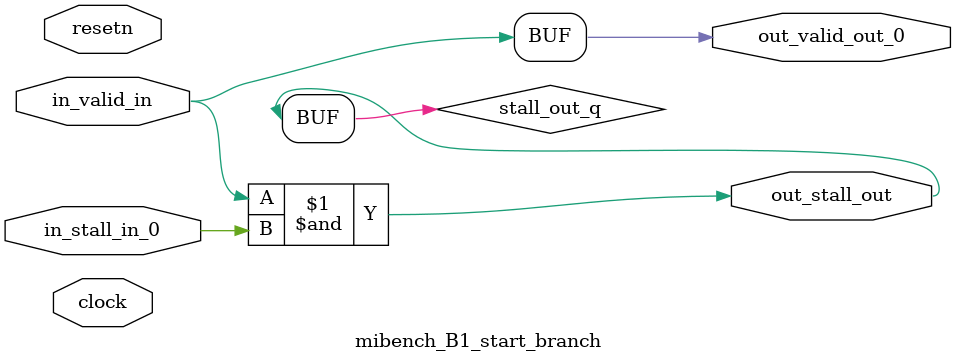
<source format=sv>



(* altera_attribute = "-name AUTO_SHIFT_REGISTER_RECOGNITION OFF; -name MESSAGE_DISABLE 10036; -name MESSAGE_DISABLE 10037; -name MESSAGE_DISABLE 14130; -name MESSAGE_DISABLE 14320; -name MESSAGE_DISABLE 15400; -name MESSAGE_DISABLE 14130; -name MESSAGE_DISABLE 10036; -name MESSAGE_DISABLE 12020; -name MESSAGE_DISABLE 12030; -name MESSAGE_DISABLE 12010; -name MESSAGE_DISABLE 12110; -name MESSAGE_DISABLE 14320; -name MESSAGE_DISABLE 13410; -name MESSAGE_DISABLE 113007; -name MESSAGE_DISABLE 10958" *)
module mibench_B1_start_branch (
    input wire [0:0] in_stall_in_0,
    input wire [0:0] in_valid_in,
    output wire [0:0] out_stall_out,
    output wire [0:0] out_valid_out_0,
    input wire clock,
    input wire resetn
    );

    wire [0:0] stall_out_q;


    // stall_out(LOGICAL,6)
    assign stall_out_q = in_valid_in & in_stall_in_0;

    // out_stall_out(GPOUT,4)
    assign out_stall_out = stall_out_q;

    // out_valid_out_0(GPOUT,5)
    assign out_valid_out_0 = in_valid_in;

endmodule

</source>
